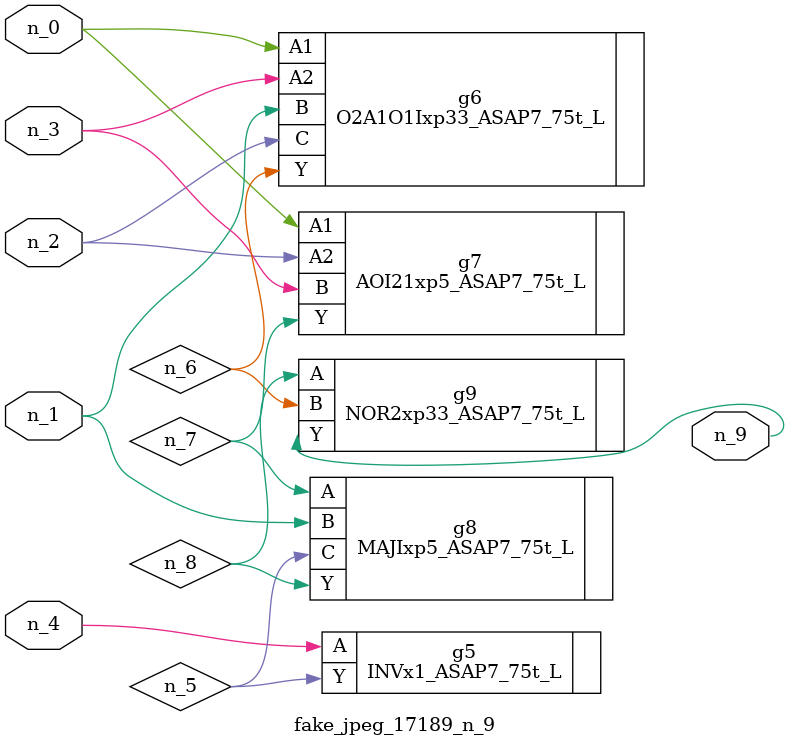
<source format=v>
module fake_jpeg_17189_n_9 (n_3, n_2, n_1, n_0, n_4, n_9);

input n_3;
input n_2;
input n_1;
input n_0;
input n_4;

output n_9;

wire n_8;
wire n_6;
wire n_5;
wire n_7;

INVx1_ASAP7_75t_L g5 ( 
.A(n_4),
.Y(n_5)
);

O2A1O1Ixp33_ASAP7_75t_L g6 ( 
.A1(n_0),
.A2(n_3),
.B(n_1),
.C(n_2),
.Y(n_6)
);

AOI21xp5_ASAP7_75t_L g7 ( 
.A1(n_0),
.A2(n_2),
.B(n_3),
.Y(n_7)
);

MAJIxp5_ASAP7_75t_L g8 ( 
.A(n_7),
.B(n_1),
.C(n_5),
.Y(n_8)
);

NOR2xp33_ASAP7_75t_L g9 ( 
.A(n_8),
.B(n_6),
.Y(n_9)
);


endmodule
</source>
